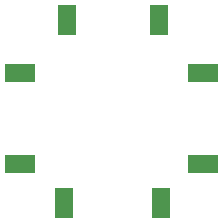
<source format=gbs>
G04 #@! TF.GenerationSoftware,KiCad,Pcbnew,(6.0.2-0)*
G04 #@! TF.CreationDate,2022-08-03T13:24:13+02:00*
G04 #@! TF.ProjectId,optical-amoeba,6f707469-6361-46c2-9d61-6d6f6562612e,rev?*
G04 #@! TF.SameCoordinates,Original*
G04 #@! TF.FileFunction,Soldermask,Bot*
G04 #@! TF.FilePolarity,Negative*
%FSLAX46Y46*%
G04 Gerber Fmt 4.6, Leading zero omitted, Abs format (unit mm)*
G04 Created by KiCad (PCBNEW (6.0.2-0)) date 2022-08-03 13:24:13*
%MOMM*%
%LPD*%
G01*
G04 APERTURE LIST*
%ADD10R,2.500000X1.500000*%
%ADD11R,1.500000X2.500000*%
G04 APERTURE END LIST*
D10*
X107750000Y-104450000D03*
X107750000Y-96750000D03*
X92250000Y-104450000D03*
X92250000Y-96750000D03*
D11*
X104150000Y-107750000D03*
X95950000Y-107750000D03*
X104000000Y-92250000D03*
X96250000Y-92250000D03*
M02*

</source>
